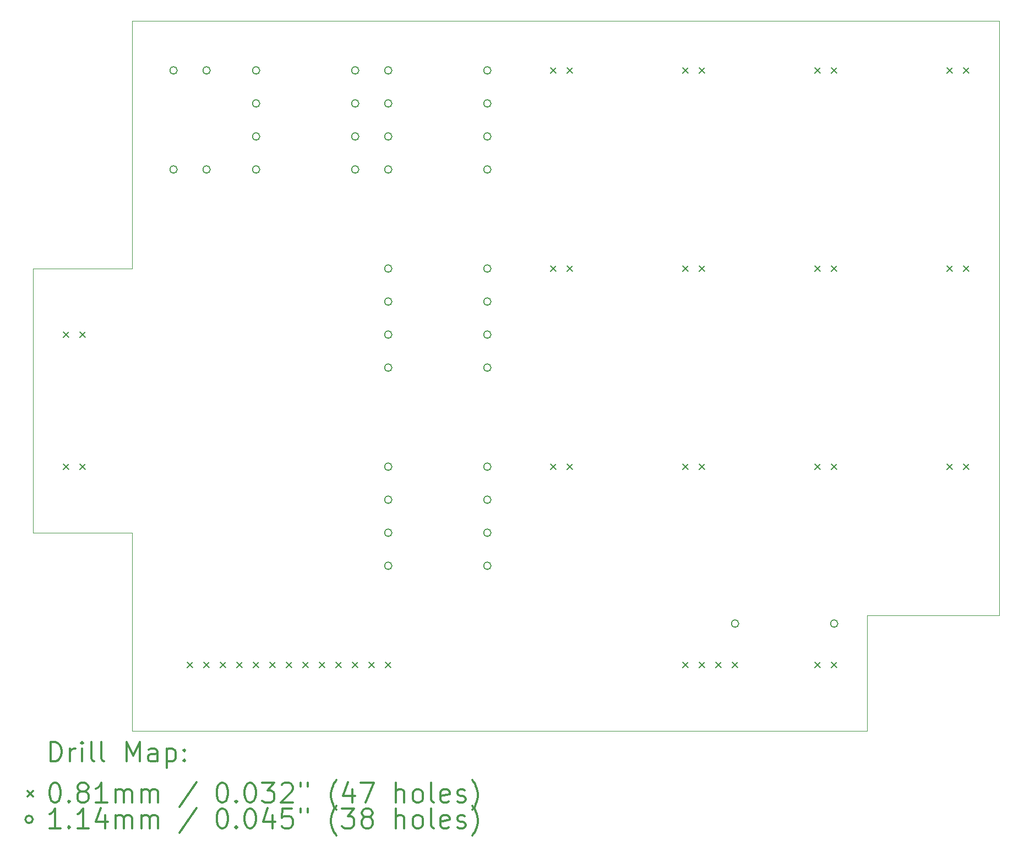
<source format=gbr>
%FSLAX45Y45*%
G04 Gerber Fmt 4.5, Leading zero omitted, Abs format (unit mm)*
G04 Created by KiCad (PCBNEW 4.0.5+dfsg1-4+deb9u1) date Tue Sep 27 18:48:33 2022*
%MOMM*%
%LPD*%
G01*
G04 APERTURE LIST*
%ADD10C,0.127000*%
%ADD11C,0.100000*%
%ADD12C,0.200000*%
%ADD13C,0.300000*%
G04 APERTURE END LIST*
D10*
D11*
X6477000Y-12319000D02*
X8001000Y-12319000D01*
X6477000Y-8255000D02*
X6477000Y-12319000D01*
X8001000Y-8255000D02*
X6477000Y-8255000D01*
X8001000Y-15367000D02*
X8001000Y-12319000D01*
X19304000Y-15367000D02*
X8001000Y-15367000D01*
X19304000Y-13589000D02*
X19304000Y-15367000D01*
X21336000Y-13589000D02*
X19304000Y-13589000D01*
X21336000Y-4445000D02*
X21336000Y-13589000D01*
X8001000Y-4445000D02*
X21336000Y-4445000D01*
X8001000Y-8255000D02*
X8001000Y-4445000D01*
D12*
X6944360Y-9230360D02*
X7025640Y-9311640D01*
X7025640Y-9230360D02*
X6944360Y-9311640D01*
X6944360Y-11262360D02*
X7025640Y-11343640D01*
X7025640Y-11262360D02*
X6944360Y-11343640D01*
X7198360Y-9230360D02*
X7279640Y-9311640D01*
X7279640Y-9230360D02*
X7198360Y-9311640D01*
X7198360Y-11262360D02*
X7279640Y-11343640D01*
X7279640Y-11262360D02*
X7198360Y-11343640D01*
X8849360Y-14310360D02*
X8930640Y-14391640D01*
X8930640Y-14310360D02*
X8849360Y-14391640D01*
X9103360Y-14310360D02*
X9184640Y-14391640D01*
X9184640Y-14310360D02*
X9103360Y-14391640D01*
X9357360Y-14310360D02*
X9438640Y-14391640D01*
X9438640Y-14310360D02*
X9357360Y-14391640D01*
X9611360Y-14310360D02*
X9692640Y-14391640D01*
X9692640Y-14310360D02*
X9611360Y-14391640D01*
X9865360Y-14310360D02*
X9946640Y-14391640D01*
X9946640Y-14310360D02*
X9865360Y-14391640D01*
X10119360Y-14310360D02*
X10200640Y-14391640D01*
X10200640Y-14310360D02*
X10119360Y-14391640D01*
X10373360Y-14310360D02*
X10454640Y-14391640D01*
X10454640Y-14310360D02*
X10373360Y-14391640D01*
X10627360Y-14310360D02*
X10708640Y-14391640D01*
X10708640Y-14310360D02*
X10627360Y-14391640D01*
X10881360Y-14310360D02*
X10962640Y-14391640D01*
X10962640Y-14310360D02*
X10881360Y-14391640D01*
X11135360Y-14310360D02*
X11216640Y-14391640D01*
X11216640Y-14310360D02*
X11135360Y-14391640D01*
X11389360Y-14310360D02*
X11470640Y-14391640D01*
X11470640Y-14310360D02*
X11389360Y-14391640D01*
X11643360Y-14310360D02*
X11724640Y-14391640D01*
X11724640Y-14310360D02*
X11643360Y-14391640D01*
X11897360Y-14310360D02*
X11978640Y-14391640D01*
X11978640Y-14310360D02*
X11897360Y-14391640D01*
X14437360Y-5166360D02*
X14518640Y-5247640D01*
X14518640Y-5166360D02*
X14437360Y-5247640D01*
X14437360Y-8214360D02*
X14518640Y-8295640D01*
X14518640Y-8214360D02*
X14437360Y-8295640D01*
X14437360Y-11262360D02*
X14518640Y-11343640D01*
X14518640Y-11262360D02*
X14437360Y-11343640D01*
X14691360Y-5166360D02*
X14772640Y-5247640D01*
X14772640Y-5166360D02*
X14691360Y-5247640D01*
X14691360Y-8214360D02*
X14772640Y-8295640D01*
X14772640Y-8214360D02*
X14691360Y-8295640D01*
X14691360Y-11262360D02*
X14772640Y-11343640D01*
X14772640Y-11262360D02*
X14691360Y-11343640D01*
X16469360Y-5166360D02*
X16550640Y-5247640D01*
X16550640Y-5166360D02*
X16469360Y-5247640D01*
X16469360Y-8214360D02*
X16550640Y-8295640D01*
X16550640Y-8214360D02*
X16469360Y-8295640D01*
X16469360Y-11262360D02*
X16550640Y-11343640D01*
X16550640Y-11262360D02*
X16469360Y-11343640D01*
X16469360Y-14310360D02*
X16550640Y-14391640D01*
X16550640Y-14310360D02*
X16469360Y-14391640D01*
X16723360Y-5166360D02*
X16804640Y-5247640D01*
X16804640Y-5166360D02*
X16723360Y-5247640D01*
X16723360Y-8214360D02*
X16804640Y-8295640D01*
X16804640Y-8214360D02*
X16723360Y-8295640D01*
X16723360Y-11262360D02*
X16804640Y-11343640D01*
X16804640Y-11262360D02*
X16723360Y-11343640D01*
X16723360Y-14310360D02*
X16804640Y-14391640D01*
X16804640Y-14310360D02*
X16723360Y-14391640D01*
X16977360Y-14310360D02*
X17058640Y-14391640D01*
X17058640Y-14310360D02*
X16977360Y-14391640D01*
X17231360Y-14310360D02*
X17312640Y-14391640D01*
X17312640Y-14310360D02*
X17231360Y-14391640D01*
X18501360Y-5166360D02*
X18582640Y-5247640D01*
X18582640Y-5166360D02*
X18501360Y-5247640D01*
X18501360Y-8214360D02*
X18582640Y-8295640D01*
X18582640Y-8214360D02*
X18501360Y-8295640D01*
X18501360Y-11262360D02*
X18582640Y-11343640D01*
X18582640Y-11262360D02*
X18501360Y-11343640D01*
X18501360Y-14310360D02*
X18582640Y-14391640D01*
X18582640Y-14310360D02*
X18501360Y-14391640D01*
X18755360Y-5166360D02*
X18836640Y-5247640D01*
X18836640Y-5166360D02*
X18755360Y-5247640D01*
X18755360Y-8214360D02*
X18836640Y-8295640D01*
X18836640Y-8214360D02*
X18755360Y-8295640D01*
X18755360Y-11262360D02*
X18836640Y-11343640D01*
X18836640Y-11262360D02*
X18755360Y-11343640D01*
X18755360Y-14310360D02*
X18836640Y-14391640D01*
X18836640Y-14310360D02*
X18755360Y-14391640D01*
X20533360Y-5166360D02*
X20614640Y-5247640D01*
X20614640Y-5166360D02*
X20533360Y-5247640D01*
X20533360Y-8214360D02*
X20614640Y-8295640D01*
X20614640Y-8214360D02*
X20533360Y-8295640D01*
X20533360Y-11262360D02*
X20614640Y-11343640D01*
X20614640Y-11262360D02*
X20533360Y-11343640D01*
X20787360Y-5166360D02*
X20868640Y-5247640D01*
X20868640Y-5166360D02*
X20787360Y-5247640D01*
X20787360Y-8214360D02*
X20868640Y-8295640D01*
X20868640Y-8214360D02*
X20787360Y-8295640D01*
X20787360Y-11262360D02*
X20868640Y-11343640D01*
X20868640Y-11262360D02*
X20787360Y-11343640D01*
X8693150Y-5207000D02*
G75*
G03X8693150Y-5207000I-57150J0D01*
G01*
X8693150Y-6731000D02*
G75*
G03X8693150Y-6731000I-57150J0D01*
G01*
X9201150Y-5207000D02*
G75*
G03X9201150Y-5207000I-57150J0D01*
G01*
X9201150Y-6731000D02*
G75*
G03X9201150Y-6731000I-57150J0D01*
G01*
X9963150Y-5207000D02*
G75*
G03X9963150Y-5207000I-57150J0D01*
G01*
X9963150Y-5715000D02*
G75*
G03X9963150Y-5715000I-57150J0D01*
G01*
X9963150Y-6223000D02*
G75*
G03X9963150Y-6223000I-57150J0D01*
G01*
X9963150Y-6731000D02*
G75*
G03X9963150Y-6731000I-57150J0D01*
G01*
X11487150Y-5207000D02*
G75*
G03X11487150Y-5207000I-57150J0D01*
G01*
X11487150Y-5715000D02*
G75*
G03X11487150Y-5715000I-57150J0D01*
G01*
X11487150Y-6223000D02*
G75*
G03X11487150Y-6223000I-57150J0D01*
G01*
X11487150Y-6731000D02*
G75*
G03X11487150Y-6731000I-57150J0D01*
G01*
X11995150Y-5207000D02*
G75*
G03X11995150Y-5207000I-57150J0D01*
G01*
X11995150Y-5715000D02*
G75*
G03X11995150Y-5715000I-57150J0D01*
G01*
X11995150Y-6223000D02*
G75*
G03X11995150Y-6223000I-57150J0D01*
G01*
X11995150Y-6731000D02*
G75*
G03X11995150Y-6731000I-57150J0D01*
G01*
X11995150Y-8255000D02*
G75*
G03X11995150Y-8255000I-57150J0D01*
G01*
X11995150Y-8763000D02*
G75*
G03X11995150Y-8763000I-57150J0D01*
G01*
X11995150Y-9271000D02*
G75*
G03X11995150Y-9271000I-57150J0D01*
G01*
X11995150Y-9779000D02*
G75*
G03X11995150Y-9779000I-57150J0D01*
G01*
X11995150Y-11303000D02*
G75*
G03X11995150Y-11303000I-57150J0D01*
G01*
X11995150Y-11811000D02*
G75*
G03X11995150Y-11811000I-57150J0D01*
G01*
X11995150Y-12319000D02*
G75*
G03X11995150Y-12319000I-57150J0D01*
G01*
X11995150Y-12827000D02*
G75*
G03X11995150Y-12827000I-57150J0D01*
G01*
X13519150Y-5207000D02*
G75*
G03X13519150Y-5207000I-57150J0D01*
G01*
X13519150Y-5715000D02*
G75*
G03X13519150Y-5715000I-57150J0D01*
G01*
X13519150Y-6223000D02*
G75*
G03X13519150Y-6223000I-57150J0D01*
G01*
X13519150Y-6731000D02*
G75*
G03X13519150Y-6731000I-57150J0D01*
G01*
X13519150Y-8255000D02*
G75*
G03X13519150Y-8255000I-57150J0D01*
G01*
X13519150Y-8763000D02*
G75*
G03X13519150Y-8763000I-57150J0D01*
G01*
X13519150Y-9271000D02*
G75*
G03X13519150Y-9271000I-57150J0D01*
G01*
X13519150Y-9779000D02*
G75*
G03X13519150Y-9779000I-57150J0D01*
G01*
X13519150Y-11303000D02*
G75*
G03X13519150Y-11303000I-57150J0D01*
G01*
X13519150Y-11811000D02*
G75*
G03X13519150Y-11811000I-57150J0D01*
G01*
X13519150Y-12319000D02*
G75*
G03X13519150Y-12319000I-57150J0D01*
G01*
X13519150Y-12827000D02*
G75*
G03X13519150Y-12827000I-57150J0D01*
G01*
X17329150Y-13716000D02*
G75*
G03X17329150Y-13716000I-57150J0D01*
G01*
X18853150Y-13716000D02*
G75*
G03X18853150Y-13716000I-57150J0D01*
G01*
D13*
X6743428Y-15837714D02*
X6743428Y-15537714D01*
X6814857Y-15537714D01*
X6857714Y-15552000D01*
X6886286Y-15580571D01*
X6900571Y-15609143D01*
X6914857Y-15666286D01*
X6914857Y-15709143D01*
X6900571Y-15766286D01*
X6886286Y-15794857D01*
X6857714Y-15823429D01*
X6814857Y-15837714D01*
X6743428Y-15837714D01*
X7043428Y-15837714D02*
X7043428Y-15637714D01*
X7043428Y-15694857D02*
X7057714Y-15666286D01*
X7072000Y-15652000D01*
X7100571Y-15637714D01*
X7129143Y-15637714D01*
X7229143Y-15837714D02*
X7229143Y-15637714D01*
X7229143Y-15537714D02*
X7214857Y-15552000D01*
X7229143Y-15566286D01*
X7243428Y-15552000D01*
X7229143Y-15537714D01*
X7229143Y-15566286D01*
X7414857Y-15837714D02*
X7386286Y-15823429D01*
X7372000Y-15794857D01*
X7372000Y-15537714D01*
X7572000Y-15837714D02*
X7543428Y-15823429D01*
X7529143Y-15794857D01*
X7529143Y-15537714D01*
X7914857Y-15837714D02*
X7914857Y-15537714D01*
X8014857Y-15752000D01*
X8114857Y-15537714D01*
X8114857Y-15837714D01*
X8386286Y-15837714D02*
X8386286Y-15680571D01*
X8372000Y-15652000D01*
X8343428Y-15637714D01*
X8286286Y-15637714D01*
X8257714Y-15652000D01*
X8386286Y-15823429D02*
X8357714Y-15837714D01*
X8286286Y-15837714D01*
X8257714Y-15823429D01*
X8243428Y-15794857D01*
X8243428Y-15766286D01*
X8257714Y-15737714D01*
X8286286Y-15723429D01*
X8357714Y-15723429D01*
X8386286Y-15709143D01*
X8529143Y-15637714D02*
X8529143Y-15937714D01*
X8529143Y-15652000D02*
X8557714Y-15637714D01*
X8614857Y-15637714D01*
X8643429Y-15652000D01*
X8657714Y-15666286D01*
X8672000Y-15694857D01*
X8672000Y-15780571D01*
X8657714Y-15809143D01*
X8643429Y-15823429D01*
X8614857Y-15837714D01*
X8557714Y-15837714D01*
X8529143Y-15823429D01*
X8800571Y-15809143D02*
X8814857Y-15823429D01*
X8800571Y-15837714D01*
X8786286Y-15823429D01*
X8800571Y-15809143D01*
X8800571Y-15837714D01*
X8800571Y-15652000D02*
X8814857Y-15666286D01*
X8800571Y-15680571D01*
X8786286Y-15666286D01*
X8800571Y-15652000D01*
X8800571Y-15680571D01*
X6390720Y-16291360D02*
X6472000Y-16372640D01*
X6472000Y-16291360D02*
X6390720Y-16372640D01*
X6800571Y-16167714D02*
X6829143Y-16167714D01*
X6857714Y-16182000D01*
X6872000Y-16196286D01*
X6886286Y-16224857D01*
X6900571Y-16282000D01*
X6900571Y-16353429D01*
X6886286Y-16410571D01*
X6872000Y-16439143D01*
X6857714Y-16453429D01*
X6829143Y-16467714D01*
X6800571Y-16467714D01*
X6772000Y-16453429D01*
X6757714Y-16439143D01*
X6743428Y-16410571D01*
X6729143Y-16353429D01*
X6729143Y-16282000D01*
X6743428Y-16224857D01*
X6757714Y-16196286D01*
X6772000Y-16182000D01*
X6800571Y-16167714D01*
X7029143Y-16439143D02*
X7043428Y-16453429D01*
X7029143Y-16467714D01*
X7014857Y-16453429D01*
X7029143Y-16439143D01*
X7029143Y-16467714D01*
X7214857Y-16296286D02*
X7186286Y-16282000D01*
X7172000Y-16267714D01*
X7157714Y-16239143D01*
X7157714Y-16224857D01*
X7172000Y-16196286D01*
X7186286Y-16182000D01*
X7214857Y-16167714D01*
X7272000Y-16167714D01*
X7300571Y-16182000D01*
X7314857Y-16196286D01*
X7329143Y-16224857D01*
X7329143Y-16239143D01*
X7314857Y-16267714D01*
X7300571Y-16282000D01*
X7272000Y-16296286D01*
X7214857Y-16296286D01*
X7186286Y-16310571D01*
X7172000Y-16324857D01*
X7157714Y-16353429D01*
X7157714Y-16410571D01*
X7172000Y-16439143D01*
X7186286Y-16453429D01*
X7214857Y-16467714D01*
X7272000Y-16467714D01*
X7300571Y-16453429D01*
X7314857Y-16439143D01*
X7329143Y-16410571D01*
X7329143Y-16353429D01*
X7314857Y-16324857D01*
X7300571Y-16310571D01*
X7272000Y-16296286D01*
X7614857Y-16467714D02*
X7443428Y-16467714D01*
X7529143Y-16467714D02*
X7529143Y-16167714D01*
X7500571Y-16210571D01*
X7472000Y-16239143D01*
X7443428Y-16253429D01*
X7743428Y-16467714D02*
X7743428Y-16267714D01*
X7743428Y-16296286D02*
X7757714Y-16282000D01*
X7786286Y-16267714D01*
X7829143Y-16267714D01*
X7857714Y-16282000D01*
X7872000Y-16310571D01*
X7872000Y-16467714D01*
X7872000Y-16310571D02*
X7886286Y-16282000D01*
X7914857Y-16267714D01*
X7957714Y-16267714D01*
X7986286Y-16282000D01*
X8000571Y-16310571D01*
X8000571Y-16467714D01*
X8143428Y-16467714D02*
X8143428Y-16267714D01*
X8143428Y-16296286D02*
X8157714Y-16282000D01*
X8186286Y-16267714D01*
X8229143Y-16267714D01*
X8257714Y-16282000D01*
X8272000Y-16310571D01*
X8272000Y-16467714D01*
X8272000Y-16310571D02*
X8286286Y-16282000D01*
X8314857Y-16267714D01*
X8357714Y-16267714D01*
X8386286Y-16282000D01*
X8400571Y-16310571D01*
X8400571Y-16467714D01*
X8986286Y-16153429D02*
X8729143Y-16539143D01*
X9372000Y-16167714D02*
X9400571Y-16167714D01*
X9429143Y-16182000D01*
X9443428Y-16196286D01*
X9457714Y-16224857D01*
X9472000Y-16282000D01*
X9472000Y-16353429D01*
X9457714Y-16410571D01*
X9443428Y-16439143D01*
X9429143Y-16453429D01*
X9400571Y-16467714D01*
X9372000Y-16467714D01*
X9343428Y-16453429D01*
X9329143Y-16439143D01*
X9314857Y-16410571D01*
X9300571Y-16353429D01*
X9300571Y-16282000D01*
X9314857Y-16224857D01*
X9329143Y-16196286D01*
X9343428Y-16182000D01*
X9372000Y-16167714D01*
X9600571Y-16439143D02*
X9614857Y-16453429D01*
X9600571Y-16467714D01*
X9586286Y-16453429D01*
X9600571Y-16439143D01*
X9600571Y-16467714D01*
X9800571Y-16167714D02*
X9829143Y-16167714D01*
X9857714Y-16182000D01*
X9872000Y-16196286D01*
X9886286Y-16224857D01*
X9900571Y-16282000D01*
X9900571Y-16353429D01*
X9886286Y-16410571D01*
X9872000Y-16439143D01*
X9857714Y-16453429D01*
X9829143Y-16467714D01*
X9800571Y-16467714D01*
X9772000Y-16453429D01*
X9757714Y-16439143D01*
X9743428Y-16410571D01*
X9729143Y-16353429D01*
X9729143Y-16282000D01*
X9743428Y-16224857D01*
X9757714Y-16196286D01*
X9772000Y-16182000D01*
X9800571Y-16167714D01*
X10000571Y-16167714D02*
X10186286Y-16167714D01*
X10086286Y-16282000D01*
X10129143Y-16282000D01*
X10157714Y-16296286D01*
X10172000Y-16310571D01*
X10186286Y-16339143D01*
X10186286Y-16410571D01*
X10172000Y-16439143D01*
X10157714Y-16453429D01*
X10129143Y-16467714D01*
X10043428Y-16467714D01*
X10014857Y-16453429D01*
X10000571Y-16439143D01*
X10300571Y-16196286D02*
X10314857Y-16182000D01*
X10343428Y-16167714D01*
X10414857Y-16167714D01*
X10443428Y-16182000D01*
X10457714Y-16196286D01*
X10472000Y-16224857D01*
X10472000Y-16253429D01*
X10457714Y-16296286D01*
X10286286Y-16467714D01*
X10472000Y-16467714D01*
X10586286Y-16167714D02*
X10586286Y-16224857D01*
X10700571Y-16167714D02*
X10700571Y-16224857D01*
X11143428Y-16582000D02*
X11129143Y-16567714D01*
X11100571Y-16524857D01*
X11086286Y-16496286D01*
X11072000Y-16453429D01*
X11057714Y-16382000D01*
X11057714Y-16324857D01*
X11072000Y-16253429D01*
X11086286Y-16210571D01*
X11100571Y-16182000D01*
X11129143Y-16139143D01*
X11143428Y-16124857D01*
X11386285Y-16267714D02*
X11386285Y-16467714D01*
X11314857Y-16153429D02*
X11243428Y-16367714D01*
X11429143Y-16367714D01*
X11514857Y-16167714D02*
X11714857Y-16167714D01*
X11586285Y-16467714D01*
X12057714Y-16467714D02*
X12057714Y-16167714D01*
X12186285Y-16467714D02*
X12186285Y-16310571D01*
X12172000Y-16282000D01*
X12143428Y-16267714D01*
X12100571Y-16267714D01*
X12072000Y-16282000D01*
X12057714Y-16296286D01*
X12372000Y-16467714D02*
X12343428Y-16453429D01*
X12329143Y-16439143D01*
X12314857Y-16410571D01*
X12314857Y-16324857D01*
X12329143Y-16296286D01*
X12343428Y-16282000D01*
X12372000Y-16267714D01*
X12414857Y-16267714D01*
X12443428Y-16282000D01*
X12457714Y-16296286D01*
X12472000Y-16324857D01*
X12472000Y-16410571D01*
X12457714Y-16439143D01*
X12443428Y-16453429D01*
X12414857Y-16467714D01*
X12372000Y-16467714D01*
X12643428Y-16467714D02*
X12614857Y-16453429D01*
X12600571Y-16424857D01*
X12600571Y-16167714D01*
X12872000Y-16453429D02*
X12843428Y-16467714D01*
X12786286Y-16467714D01*
X12757714Y-16453429D01*
X12743428Y-16424857D01*
X12743428Y-16310571D01*
X12757714Y-16282000D01*
X12786286Y-16267714D01*
X12843428Y-16267714D01*
X12872000Y-16282000D01*
X12886286Y-16310571D01*
X12886286Y-16339143D01*
X12743428Y-16367714D01*
X13000571Y-16453429D02*
X13029143Y-16467714D01*
X13086286Y-16467714D01*
X13114857Y-16453429D01*
X13129143Y-16424857D01*
X13129143Y-16410571D01*
X13114857Y-16382000D01*
X13086286Y-16367714D01*
X13043428Y-16367714D01*
X13014857Y-16353429D01*
X13000571Y-16324857D01*
X13000571Y-16310571D01*
X13014857Y-16282000D01*
X13043428Y-16267714D01*
X13086286Y-16267714D01*
X13114857Y-16282000D01*
X13229143Y-16582000D02*
X13243428Y-16567714D01*
X13272000Y-16524857D01*
X13286286Y-16496286D01*
X13300571Y-16453429D01*
X13314857Y-16382000D01*
X13314857Y-16324857D01*
X13300571Y-16253429D01*
X13286286Y-16210571D01*
X13272000Y-16182000D01*
X13243428Y-16139143D01*
X13229143Y-16124857D01*
X6472000Y-16728000D02*
G75*
G03X6472000Y-16728000I-57150J0D01*
G01*
X6900571Y-16863714D02*
X6729143Y-16863714D01*
X6814857Y-16863714D02*
X6814857Y-16563714D01*
X6786286Y-16606571D01*
X6757714Y-16635143D01*
X6729143Y-16649429D01*
X7029143Y-16835143D02*
X7043428Y-16849429D01*
X7029143Y-16863714D01*
X7014857Y-16849429D01*
X7029143Y-16835143D01*
X7029143Y-16863714D01*
X7329143Y-16863714D02*
X7157714Y-16863714D01*
X7243428Y-16863714D02*
X7243428Y-16563714D01*
X7214857Y-16606571D01*
X7186286Y-16635143D01*
X7157714Y-16649429D01*
X7586286Y-16663714D02*
X7586286Y-16863714D01*
X7514857Y-16549429D02*
X7443428Y-16763714D01*
X7629143Y-16763714D01*
X7743428Y-16863714D02*
X7743428Y-16663714D01*
X7743428Y-16692286D02*
X7757714Y-16678000D01*
X7786286Y-16663714D01*
X7829143Y-16663714D01*
X7857714Y-16678000D01*
X7872000Y-16706571D01*
X7872000Y-16863714D01*
X7872000Y-16706571D02*
X7886286Y-16678000D01*
X7914857Y-16663714D01*
X7957714Y-16663714D01*
X7986286Y-16678000D01*
X8000571Y-16706571D01*
X8000571Y-16863714D01*
X8143428Y-16863714D02*
X8143428Y-16663714D01*
X8143428Y-16692286D02*
X8157714Y-16678000D01*
X8186286Y-16663714D01*
X8229143Y-16663714D01*
X8257714Y-16678000D01*
X8272000Y-16706571D01*
X8272000Y-16863714D01*
X8272000Y-16706571D02*
X8286286Y-16678000D01*
X8314857Y-16663714D01*
X8357714Y-16663714D01*
X8386286Y-16678000D01*
X8400571Y-16706571D01*
X8400571Y-16863714D01*
X8986286Y-16549429D02*
X8729143Y-16935143D01*
X9372000Y-16563714D02*
X9400571Y-16563714D01*
X9429143Y-16578000D01*
X9443428Y-16592286D01*
X9457714Y-16620857D01*
X9472000Y-16678000D01*
X9472000Y-16749429D01*
X9457714Y-16806572D01*
X9443428Y-16835143D01*
X9429143Y-16849429D01*
X9400571Y-16863714D01*
X9372000Y-16863714D01*
X9343428Y-16849429D01*
X9329143Y-16835143D01*
X9314857Y-16806572D01*
X9300571Y-16749429D01*
X9300571Y-16678000D01*
X9314857Y-16620857D01*
X9329143Y-16592286D01*
X9343428Y-16578000D01*
X9372000Y-16563714D01*
X9600571Y-16835143D02*
X9614857Y-16849429D01*
X9600571Y-16863714D01*
X9586286Y-16849429D01*
X9600571Y-16835143D01*
X9600571Y-16863714D01*
X9800571Y-16563714D02*
X9829143Y-16563714D01*
X9857714Y-16578000D01*
X9872000Y-16592286D01*
X9886286Y-16620857D01*
X9900571Y-16678000D01*
X9900571Y-16749429D01*
X9886286Y-16806572D01*
X9872000Y-16835143D01*
X9857714Y-16849429D01*
X9829143Y-16863714D01*
X9800571Y-16863714D01*
X9772000Y-16849429D01*
X9757714Y-16835143D01*
X9743428Y-16806572D01*
X9729143Y-16749429D01*
X9729143Y-16678000D01*
X9743428Y-16620857D01*
X9757714Y-16592286D01*
X9772000Y-16578000D01*
X9800571Y-16563714D01*
X10157714Y-16663714D02*
X10157714Y-16863714D01*
X10086286Y-16549429D02*
X10014857Y-16763714D01*
X10200571Y-16763714D01*
X10457714Y-16563714D02*
X10314857Y-16563714D01*
X10300571Y-16706571D01*
X10314857Y-16692286D01*
X10343428Y-16678000D01*
X10414857Y-16678000D01*
X10443428Y-16692286D01*
X10457714Y-16706571D01*
X10472000Y-16735143D01*
X10472000Y-16806572D01*
X10457714Y-16835143D01*
X10443428Y-16849429D01*
X10414857Y-16863714D01*
X10343428Y-16863714D01*
X10314857Y-16849429D01*
X10300571Y-16835143D01*
X10586286Y-16563714D02*
X10586286Y-16620857D01*
X10700571Y-16563714D02*
X10700571Y-16620857D01*
X11143428Y-16978000D02*
X11129143Y-16963714D01*
X11100571Y-16920857D01*
X11086286Y-16892286D01*
X11072000Y-16849429D01*
X11057714Y-16778000D01*
X11057714Y-16720857D01*
X11072000Y-16649429D01*
X11086286Y-16606571D01*
X11100571Y-16578000D01*
X11129143Y-16535143D01*
X11143428Y-16520857D01*
X11229143Y-16563714D02*
X11414857Y-16563714D01*
X11314857Y-16678000D01*
X11357714Y-16678000D01*
X11386285Y-16692286D01*
X11400571Y-16706571D01*
X11414857Y-16735143D01*
X11414857Y-16806572D01*
X11400571Y-16835143D01*
X11386285Y-16849429D01*
X11357714Y-16863714D01*
X11272000Y-16863714D01*
X11243428Y-16849429D01*
X11229143Y-16835143D01*
X11586285Y-16692286D02*
X11557714Y-16678000D01*
X11543428Y-16663714D01*
X11529143Y-16635143D01*
X11529143Y-16620857D01*
X11543428Y-16592286D01*
X11557714Y-16578000D01*
X11586285Y-16563714D01*
X11643428Y-16563714D01*
X11672000Y-16578000D01*
X11686285Y-16592286D01*
X11700571Y-16620857D01*
X11700571Y-16635143D01*
X11686285Y-16663714D01*
X11672000Y-16678000D01*
X11643428Y-16692286D01*
X11586285Y-16692286D01*
X11557714Y-16706571D01*
X11543428Y-16720857D01*
X11529143Y-16749429D01*
X11529143Y-16806572D01*
X11543428Y-16835143D01*
X11557714Y-16849429D01*
X11586285Y-16863714D01*
X11643428Y-16863714D01*
X11672000Y-16849429D01*
X11686285Y-16835143D01*
X11700571Y-16806572D01*
X11700571Y-16749429D01*
X11686285Y-16720857D01*
X11672000Y-16706571D01*
X11643428Y-16692286D01*
X12057714Y-16863714D02*
X12057714Y-16563714D01*
X12186285Y-16863714D02*
X12186285Y-16706571D01*
X12172000Y-16678000D01*
X12143428Y-16663714D01*
X12100571Y-16663714D01*
X12072000Y-16678000D01*
X12057714Y-16692286D01*
X12372000Y-16863714D02*
X12343428Y-16849429D01*
X12329143Y-16835143D01*
X12314857Y-16806572D01*
X12314857Y-16720857D01*
X12329143Y-16692286D01*
X12343428Y-16678000D01*
X12372000Y-16663714D01*
X12414857Y-16663714D01*
X12443428Y-16678000D01*
X12457714Y-16692286D01*
X12472000Y-16720857D01*
X12472000Y-16806572D01*
X12457714Y-16835143D01*
X12443428Y-16849429D01*
X12414857Y-16863714D01*
X12372000Y-16863714D01*
X12643428Y-16863714D02*
X12614857Y-16849429D01*
X12600571Y-16820857D01*
X12600571Y-16563714D01*
X12872000Y-16849429D02*
X12843428Y-16863714D01*
X12786286Y-16863714D01*
X12757714Y-16849429D01*
X12743428Y-16820857D01*
X12743428Y-16706571D01*
X12757714Y-16678000D01*
X12786286Y-16663714D01*
X12843428Y-16663714D01*
X12872000Y-16678000D01*
X12886286Y-16706571D01*
X12886286Y-16735143D01*
X12743428Y-16763714D01*
X13000571Y-16849429D02*
X13029143Y-16863714D01*
X13086286Y-16863714D01*
X13114857Y-16849429D01*
X13129143Y-16820857D01*
X13129143Y-16806572D01*
X13114857Y-16778000D01*
X13086286Y-16763714D01*
X13043428Y-16763714D01*
X13014857Y-16749429D01*
X13000571Y-16720857D01*
X13000571Y-16706571D01*
X13014857Y-16678000D01*
X13043428Y-16663714D01*
X13086286Y-16663714D01*
X13114857Y-16678000D01*
X13229143Y-16978000D02*
X13243428Y-16963714D01*
X13272000Y-16920857D01*
X13286286Y-16892286D01*
X13300571Y-16849429D01*
X13314857Y-16778000D01*
X13314857Y-16720857D01*
X13300571Y-16649429D01*
X13286286Y-16606571D01*
X13272000Y-16578000D01*
X13243428Y-16535143D01*
X13229143Y-16520857D01*
M02*

</source>
